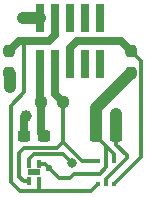
<source format=gtl>
G04 #@! TF.GenerationSoftware,KiCad,Pcbnew,(7.0.0)*
G04 #@! TF.CreationDate,2023-05-09T09:59:22+03:00*
G04 #@! TF.ProjectId,IoT_sulari_sensorboard,496f545f-7375-46c6-9172-695f73656e73,rev?*
G04 #@! TF.SameCoordinates,Original*
G04 #@! TF.FileFunction,Copper,L1,Top*
G04 #@! TF.FilePolarity,Positive*
%FSLAX46Y46*%
G04 Gerber Fmt 4.6, Leading zero omitted, Abs format (unit mm)*
G04 Created by KiCad (PCBNEW (7.0.0)) date 2023-05-09 09:59:22*
%MOMM*%
%LPD*%
G01*
G04 APERTURE LIST*
G04 Aperture macros list*
%AMRoundRect*
0 Rectangle with rounded corners*
0 $1 Rounding radius*
0 $2 $3 $4 $5 $6 $7 $8 $9 X,Y pos of 4 corners*
0 Add a 4 corners polygon primitive as box body*
4,1,4,$2,$3,$4,$5,$6,$7,$8,$9,$2,$3,0*
0 Add four circle primitives for the rounded corners*
1,1,$1+$1,$2,$3*
1,1,$1+$1,$4,$5*
1,1,$1+$1,$6,$7*
1,1,$1+$1,$8,$9*
0 Add four rect primitives between the rounded corners*
20,1,$1+$1,$2,$3,$4,$5,0*
20,1,$1+$1,$4,$5,$6,$7,0*
20,1,$1+$1,$6,$7,$8,$9,0*
20,1,$1+$1,$8,$9,$2,$3,0*%
G04 Aperture macros list end*
G04 #@! TA.AperFunction,SMDPad,CuDef*
%ADD10RoundRect,0.237500X0.300000X0.237500X-0.300000X0.237500X-0.300000X-0.237500X0.300000X-0.237500X0*%
G04 #@! TD*
G04 #@! TA.AperFunction,SMDPad,CuDef*
%ADD11RoundRect,0.237500X0.237500X-0.250000X0.237500X0.250000X-0.237500X0.250000X-0.237500X-0.250000X0*%
G04 #@! TD*
G04 #@! TA.AperFunction,SMDPad,CuDef*
%ADD12RoundRect,0.237500X-0.300000X-0.237500X0.300000X-0.237500X0.300000X0.237500X-0.300000X0.237500X0*%
G04 #@! TD*
G04 #@! TA.AperFunction,SMDPad,CuDef*
%ADD13R,0.299999X0.449999*%
G04 #@! TD*
G04 #@! TA.AperFunction,SMDPad,CuDef*
%ADD14RoundRect,0.237500X-0.250000X-0.237500X0.250000X-0.237500X0.250000X0.237500X-0.250000X0.237500X0*%
G04 #@! TD*
G04 #@! TA.AperFunction,SMDPad,CuDef*
%ADD15R,0.305600X0.706399*%
G04 #@! TD*
G04 #@! TA.AperFunction,SMDPad,CuDef*
%ADD16R,1.092200X0.508000*%
G04 #@! TD*
G04 #@! TA.AperFunction,SMDPad,CuDef*
%ADD17R,0.762000X2.387600*%
G04 #@! TD*
G04 #@! TA.AperFunction,ViaPad*
%ADD18C,1.000000*%
G04 #@! TD*
G04 #@! TA.AperFunction,ViaPad*
%ADD19C,0.600000*%
G04 #@! TD*
G04 #@! TA.AperFunction,ViaPad*
%ADD20C,0.700000*%
G04 #@! TD*
G04 #@! TA.AperFunction,ViaPad*
%ADD21C,0.800000*%
G04 #@! TD*
G04 #@! TA.AperFunction,Conductor*
%ADD22C,0.700000*%
G04 #@! TD*
G04 #@! TA.AperFunction,Conductor*
%ADD23C,1.000000*%
G04 #@! TD*
G04 #@! TA.AperFunction,Conductor*
%ADD24C,0.300000*%
G04 #@! TD*
G04 #@! TA.AperFunction,Conductor*
%ADD25C,0.250000*%
G04 #@! TD*
G04 APERTURE END LIST*
D10*
X135862500Y-94000000D03*
X134137500Y-94000000D03*
D11*
X143250000Y-88662500D03*
X143250000Y-86837500D03*
D12*
X140237500Y-94000000D03*
X141962500Y-94000000D03*
D13*
X140449998Y-98074998D03*
X141099999Y-98074998D03*
X141749998Y-98074998D03*
X141749998Y-96125000D03*
X141099999Y-96125000D03*
X140449998Y-96125000D03*
D14*
X135637500Y-91150000D03*
X137462500Y-91150000D03*
D11*
X132900000Y-88662500D03*
X132900000Y-86837500D03*
D15*
X134600000Y-97846899D03*
X135399998Y-97846899D03*
X135399998Y-96353099D03*
X134600000Y-96353099D03*
D16*
X134999999Y-97099999D03*
D17*
X135538499Y-87950000D03*
X135538499Y-84049998D03*
X136808499Y-87950000D03*
X136808499Y-84049998D03*
X138078499Y-87950000D03*
X138078499Y-84049998D03*
X139348499Y-87950000D03*
X139348499Y-84049998D03*
X140618499Y-87950000D03*
X140618499Y-84049998D03*
D18*
X132960000Y-89850000D03*
D19*
X136320000Y-96760000D03*
D20*
X135540000Y-89850000D03*
D18*
X134300000Y-92300000D03*
X134050000Y-84050000D03*
D21*
X138205023Y-96314977D03*
D18*
X141950000Y-92150000D03*
D22*
X135538500Y-89831500D02*
X135538500Y-89848500D01*
X135640000Y-92570000D02*
X135637500Y-92572500D01*
X135637500Y-92572500D02*
X135637500Y-93775000D01*
X135540000Y-89850000D02*
X135538500Y-89851500D01*
X135538500Y-89851500D02*
X135538500Y-91051000D01*
D23*
X140237500Y-94000000D02*
X140237500Y-91650000D01*
D24*
X140561471Y-97188529D02*
X141100000Y-96650000D01*
D22*
X135538500Y-87950001D02*
X135538500Y-89828500D01*
D24*
X141749999Y-96125001D02*
X141749999Y-95512499D01*
X141749999Y-95512499D02*
X141100000Y-94862500D01*
X135913100Y-96353100D02*
X135399999Y-96353100D01*
X141100000Y-94862500D02*
X141100000Y-96125001D01*
D22*
X135637500Y-93775000D02*
X135862500Y-94000000D01*
D24*
X136320000Y-96760000D02*
X137100000Y-97540000D01*
D22*
X135540000Y-89830000D02*
X135538500Y-89831500D01*
X135538500Y-89848500D02*
X135540000Y-89850000D01*
D24*
X137100000Y-97540000D02*
X138027058Y-97540000D01*
D22*
X135637500Y-91150000D02*
X135637500Y-92567500D01*
D24*
X140237500Y-94000000D02*
X141100000Y-94862500D01*
X138378529Y-97188529D02*
X140561471Y-97188529D01*
D22*
X135637500Y-92567500D02*
X135640000Y-92570000D01*
D23*
X140237500Y-91650000D02*
X143225000Y-88662500D01*
D24*
X141100000Y-96650000D02*
X141100000Y-96125001D01*
D22*
X135538500Y-89828500D02*
X135540000Y-89830000D01*
D24*
X138027058Y-97540000D02*
X138378529Y-97188529D01*
D22*
X135538500Y-91051000D02*
X135637500Y-91150000D01*
D23*
X132960000Y-89850000D02*
X132960000Y-88722500D01*
D24*
X136320000Y-96760000D02*
X135913100Y-96353100D01*
X141100000Y-97650000D02*
X142840000Y-95910000D01*
X142840000Y-95910000D02*
X142840000Y-95610000D01*
X141100000Y-98074999D02*
X141100000Y-97650000D01*
D23*
X135538500Y-84049999D02*
X134050000Y-84050000D01*
X141950000Y-92150000D02*
X141962500Y-92162500D01*
D25*
X134137500Y-92462500D02*
X134300000Y-92300000D01*
D24*
X141962500Y-94732500D02*
X141962500Y-94000000D01*
D22*
X134137500Y-94000000D02*
X134137500Y-92462500D01*
D24*
X142840000Y-95610000D02*
X141962500Y-94732500D01*
X137430046Y-95540000D02*
X135007100Y-95540000D01*
X134600001Y-95947099D02*
X134600001Y-96353100D01*
X138205023Y-96314977D02*
X137430046Y-95540000D01*
D23*
X141962500Y-92162500D02*
X141962500Y-94000000D01*
D24*
X135007100Y-95540000D02*
X134600001Y-95947099D01*
X139075001Y-96125001D02*
X140449999Y-96125001D01*
X133750000Y-97449699D02*
X133750000Y-95490000D01*
D22*
X136808500Y-87950001D02*
X136808500Y-90496000D01*
D24*
X136935000Y-95040000D02*
X137462500Y-94512500D01*
X133750000Y-95490000D02*
X134200000Y-95040000D01*
X134200000Y-95040000D02*
X136935000Y-95040000D01*
X134147201Y-97846900D02*
X133750000Y-97449699D01*
X137462500Y-91150000D02*
X137462500Y-94512500D01*
X134600001Y-97846900D02*
X134147201Y-97846900D01*
X137462500Y-94512500D02*
X139075001Y-96125001D01*
D22*
X136808500Y-90496000D02*
X137462500Y-91150000D01*
D24*
X133060000Y-97940000D02*
X133060000Y-91430000D01*
X139814998Y-98710000D02*
X135400000Y-98710000D01*
D22*
X133737500Y-86000000D02*
X132900000Y-86837500D01*
X136263299Y-86000000D02*
X134190000Y-86000000D01*
D24*
X135400000Y-98710000D02*
X133830000Y-98710000D01*
D22*
X134190000Y-86000000D02*
X133737500Y-86000000D01*
D24*
X134190000Y-90300000D02*
X134190000Y-86000000D01*
X133830000Y-98710000D02*
X133060000Y-97940000D01*
X135399999Y-97846900D02*
X135400000Y-98710000D01*
D22*
X136808500Y-85454799D02*
X136263299Y-86000000D01*
D24*
X133060000Y-91430000D02*
X134190000Y-90300000D01*
X140449999Y-98074999D02*
X139814998Y-98710000D01*
D22*
X136808500Y-84049999D02*
X136808500Y-85454799D01*
X138078500Y-87950001D02*
X138078500Y-86545201D01*
D24*
X144075000Y-87662500D02*
X143250000Y-86837500D01*
X144075000Y-95749998D02*
X144075000Y-87662500D01*
D22*
X138623701Y-86000000D02*
X142412500Y-86000000D01*
D24*
X141749999Y-98074999D02*
X144075000Y-95749998D01*
D22*
X142412500Y-86000000D02*
X143250000Y-86837500D01*
X138078500Y-86545201D02*
X138623701Y-86000000D01*
M02*

</source>
